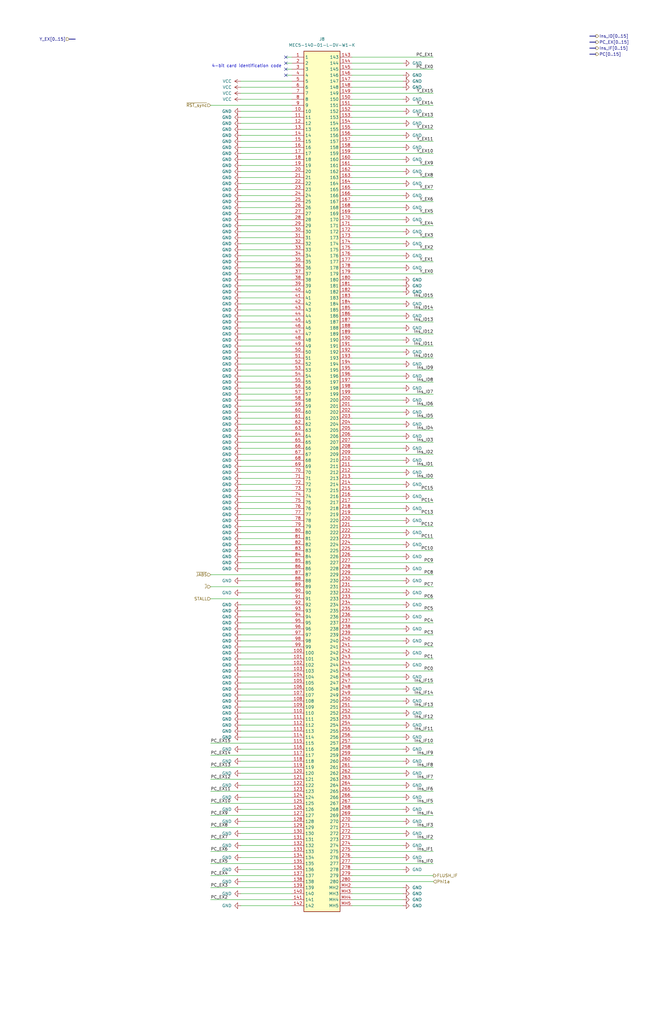
<source format=kicad_sch>
(kicad_sch (version 20250114) (generator "eeschema") (generator_version "9.0")
  (paper "USLedger" portrait)
  (title_block (date "2025-07-11") (rev "A"))
  (text "4-bit card identification code" (at 118.872 27.94 0) (effects (font (size 1.27 1.27)) (justify right)))
  (no_connect (at 120.65 26.67))
  (no_connect (at 120.65 29.21))
  (no_connect (at 120.65 24.13))
  (no_connect (at 120.65 31.75))
  (wire (pts (xy 182.88 59.69) (xy 148.59 59.69)))
  (wire (pts (xy 182.88 125.73) (xy 148.59 125.73)))
  (wire (pts (xy 182.88 146.05) (xy 148.59 146.05)))
  (wire (pts (xy 88.9 252.73) (xy 123.19 252.73)))
  (wire (pts (xy 101.6 298.45) (xy 123.19 298.45)))
  (wire (pts (xy 170.18 255.27) (xy 148.59 255.27)))
  (wire (pts (xy 88.9 369.57) (xy 123.19 369.57)))
  (wire (pts (xy 101.6 176.53) (xy 123.19 176.53)))
  (wire (pts (xy 170.18 356.87) (xy 148.59 356.87)))
  (wire (pts (xy 101.6 234.95) (xy 123.19 234.95)))
  (wire (pts (xy 182.88 313.69) (xy 148.59 313.69)))
  (wire (pts (xy 182.88 186.69) (xy 148.59 186.69)))
  (wire (pts (xy 182.88 344.17) (xy 148.59 344.17)))
  (wire (pts (xy 170.18 219.71) (xy 148.59 219.71)))
  (wire (pts (xy 182.88 29.21) (xy 148.59 29.21)))
  (wire (pts (xy 101.6 346.71) (xy 123.19 346.71)))
  (wire (pts (xy 101.6 161.29) (xy 123.19 161.29)))
  (bus (pts (xy 251.46 22.86) (xy 248.92 22.86)))
  (wire (pts (xy 170.18 295.91) (xy 148.59 295.91)))
  (wire (pts (xy 170.18 173.99) (xy 148.59 173.99)))
  (wire (pts (xy 101.6 275.59) (xy 123.19 275.59)))
  (wire (pts (xy 182.88 156.21) (xy 148.59 156.21)))
  (wire (pts (xy 101.6 273.05) (xy 123.19 273.05)))
  (wire (pts (xy 182.88 364.49) (xy 148.59 364.49)))
  (wire (pts (xy 170.18 107.95) (xy 148.59 107.95)))
  (wire (pts (xy 88.9 364.49) (xy 123.19 364.49)))
  (wire (pts (xy 170.18 374.65) (xy 148.59 374.65)))
  (wire (pts (xy 170.18 41.91) (xy 148.59 41.91)))
  (wire (pts (xy 182.88 176.53) (xy 148.59 176.53)))
  (wire (pts (xy 88.9 323.85) (xy 123.19 323.85)))
  (wire (pts (xy 120.65 26.67) (xy 123.19 26.67)))
  (wire (pts (xy 170.18 209.55) (xy 148.59 209.55)))
  (wire (pts (xy 182.88 354.33) (xy 148.59 354.33)))
  (wire (pts (xy 101.6 285.75) (xy 123.19 285.75)))
  (wire (pts (xy 170.18 184.15) (xy 148.59 184.15)))
  (wire (pts (xy 170.18 189.23) (xy 148.59 189.23)))
  (wire (pts (xy 101.6 229.87) (xy 123.19 229.87)))
  (wire (pts (xy 170.18 260.35) (xy 148.59 260.35)))
  (wire (pts (xy 101.6 151.13) (xy 123.19 151.13)))
  (wire (pts (xy 182.88 339.09) (xy 148.59 339.09)))
  (wire (pts (xy 182.88 80.01) (xy 148.59 80.01)))
  (wire (pts (xy 101.6 74.93) (xy 123.19 74.93)))
  (wire (pts (xy 101.6 367.03) (xy 123.19 367.03)))
  (wire (pts (xy 182.88 100.33) (xy 148.59 100.33)))
  (wire (pts (xy 170.18 194.31) (xy 148.59 194.31)))
  (wire (pts (xy 182.88 151.13) (xy 148.59 151.13)))
  (wire (pts (xy 88.9 247.65) (xy 123.19 247.65)))
  (wire (pts (xy 182.88 54.61) (xy 148.59 54.61)))
  (wire (pts (xy 182.88 372.11) (xy 148.59 372.11)))
  (wire (pts (xy 182.88 74.93) (xy 148.59 74.93)))
  (wire (pts (xy 101.6 245.11) (xy 123.19 245.11)))
  (wire (pts (xy 88.9 349.25) (xy 123.19 349.25)))
  (wire (pts (xy 101.6 219.71) (xy 123.19 219.71)))
  (wire (pts (xy 101.6 173.99) (xy 123.19 173.99)))
  (wire (pts (xy 182.88 191.77) (xy 148.59 191.77)))
  (wire (pts (xy 101.6 280.67) (xy 123.19 280.67)))
  (wire (pts (xy 170.18 361.95) (xy 148.59 361.95)))
  (wire (pts (xy 182.88 242.57) (xy 148.59 242.57)))
  (wire (pts (xy 101.6 270.51) (xy 123.19 270.51)))
  (wire (pts (xy 101.6 110.49) (xy 123.19 110.49)))
  (wire (pts (xy 182.88 283.21) (xy 148.59 283.21)))
  (wire (pts (xy 101.6 240.03) (xy 123.19 240.03)))
  (wire (pts (xy 101.6 300.99) (xy 123.19 300.99)))
  (wire (pts (xy 182.88 24.13) (xy 148.59 24.13)))
  (wire (pts (xy 101.6 67.31) (xy 123.19 67.31)))
  (wire (pts (xy 170.18 250.19) (xy 148.59 250.19)))
  (wire (pts (xy 101.6 207.01) (xy 123.19 207.01)))
  (wire (pts (xy 101.6 237.49) (xy 123.19 237.49)))
  (wire (pts (xy 170.18 67.31) (xy 148.59 67.31)))
  (wire (pts (xy 182.88 115.57) (xy 148.59 115.57)))
  (wire (pts (xy 170.18 245.11) (xy 148.59 245.11)))
  (wire (pts (xy 101.6 372.11) (xy 123.19 372.11)))
  (bus (pts (xy 251.46 15.24) (xy 248.92 15.24)))
  (wire (pts (xy 101.6 87.63) (xy 123.19 87.63)))
  (wire (pts (xy 101.6 128.27) (xy 123.19 128.27)))
  (wire (pts (xy 170.18 113.03) (xy 148.59 113.03)))
  (wire (pts (xy 182.88 359.41) (xy 148.59 359.41)))
  (wire (pts (xy 170.18 26.67) (xy 148.59 26.67)))
  (wire (pts (xy 182.88 130.81) (xy 148.59 130.81)))
  (wire (pts (xy 182.88 222.25) (xy 148.59 222.25)))
  (wire (pts (xy 101.6 222.25) (xy 123.19 222.25)))
  (wire (pts (xy 182.88 44.45) (xy 148.59 44.45)))
  (wire (pts (xy 182.88 252.73) (xy 148.59 252.73)))
  (wire (pts (xy 101.6 306.07) (xy 123.19 306.07)))
  (wire (pts (xy 101.6 311.15) (xy 123.19 311.15)))
  (wire (pts (xy 182.88 349.25) (xy 148.59 349.25)))
  (wire (pts (xy 170.18 153.67) (xy 148.59 153.67)))
  (wire (pts (xy 101.6 267.97) (xy 123.19 267.97)))
  (wire (pts (xy 101.6 265.43) (xy 123.19 265.43)))
  (wire (pts (xy 182.88 334.01) (xy 148.59 334.01)))
  (wire (pts (xy 120.65 24.13) (xy 123.19 24.13)))
  (wire (pts (xy 182.88 247.65) (xy 148.59 247.65)))
  (wire (pts (xy 170.18 97.79) (xy 148.59 97.79)))
  (wire (pts (xy 170.18 306.07) (xy 148.59 306.07)))
  (wire (pts (xy 101.6 377.19) (xy 123.19 377.19)))
  (wire (pts (xy 170.18 87.63) (xy 148.59 87.63)))
  (wire (pts (xy 101.6 90.17) (xy 123.19 90.17)))
  (wire (pts (xy 88.9 313.69) (xy 123.19 313.69)))
  (wire (pts (xy 170.18 57.15) (xy 148.59 57.15)))
  (wire (pts (xy 170.18 52.07) (xy 148.59 52.07)))
  (wire (pts (xy 101.6 140.97) (xy 123.19 140.97)))
  (wire (pts (xy 170.18 331.47) (xy 148.59 331.47)))
  (wire (pts (xy 170.18 120.65) (xy 148.59 120.65)))
  (wire (pts (xy 182.88 181.61) (xy 148.59 181.61)))
  (wire (pts (xy 182.88 232.41) (xy 148.59 232.41)))
  (wire (pts (xy 101.6 227.33) (xy 123.19 227.33)))
  (wire (pts (xy 170.18 214.63) (xy 148.59 214.63)))
  (wire (pts (xy 170.18 123.19) (xy 148.59 123.19)))
  (wire (pts (xy 101.6 257.81) (xy 123.19 257.81)))
  (wire (pts (xy 101.6 148.59) (xy 123.19 148.59)))
  (wire (pts (xy 101.6 156.21) (xy 123.19 156.21)))
  (wire (pts (xy 101.6 118.11) (xy 123.19 118.11)))
  (wire (pts (xy 88.9 379.73) (xy 123.19 379.73)))
  (wire (pts (xy 182.88 39.37) (xy 148.59 39.37)))
  (wire (pts (xy 88.9 354.33) (xy 123.19 354.33)))
  (wire (pts (xy 170.18 316.23) (xy 148.59 316.23)))
  (wire (pts (xy 101.6 46.99) (xy 123.19 46.99)))
  (wire (pts (xy 170.18 158.75) (xy 148.59 158.75)))
  (wire (pts (xy 170.18 128.27) (xy 148.59 128.27)))
  (wire (pts (xy 101.6 196.85) (xy 123.19 196.85)))
  (wire (pts (xy 170.18 346.71) (xy 148.59 346.71)))
  (wire (pts (xy 101.6 382.27) (xy 123.19 382.27)))
  (wire (pts (xy 170.18 82.55) (xy 148.59 82.55)))
  (wire (pts (xy 101.6 105.41) (xy 123.19 105.41)))
  (wire (pts (xy 170.18 102.87) (xy 148.59 102.87)))
  (wire (pts (xy 182.88 369.57) (xy 148.59 369.57)))
  (wire (pts (xy 101.6 224.79) (xy 123.19 224.79)))
  (wire (pts (xy 182.88 161.29) (xy 148.59 161.29)))
  (wire (pts (xy 101.6 341.63) (xy 123.19 341.63)))
  (wire (pts (xy 88.9 44.45) (xy 123.19 44.45)))
  (wire (pts (xy 101.6 115.57) (xy 123.19 115.57)))
  (wire (pts (xy 182.88 298.45) (xy 148.59 298.45)))
  (wire (pts (xy 101.6 331.47) (xy 123.19 331.47)))
  (wire (pts (xy 170.18 300.99) (xy 148.59 300.99)))
  (wire (pts (xy 88.9 334.01) (xy 123.19 334.01)))
  (wire (pts (xy 101.6 62.23) (xy 123.19 62.23)))
  (wire (pts (xy 182.88 323.85) (xy 148.59 323.85)))
  (wire (pts (xy 101.6 49.53) (xy 123.19 49.53)))
  (wire (pts (xy 101.6 278.13) (xy 123.19 278.13)))
  (wire (pts (xy 101.6 250.19) (xy 123.19 250.19)))
  (bus (pts (xy 251.46 17.78) (xy 248.92 17.78)))
  (wire (pts (xy 170.18 321.31) (xy 148.59 321.31)))
  (wire (pts (xy 170.18 77.47) (xy 148.59 77.47)))
  (wire (pts (xy 101.6 82.55) (xy 123.19 82.55)))
  (wire (pts (xy 170.18 275.59) (xy 148.59 275.59)))
  (wire (pts (xy 101.6 97.79) (xy 123.19 97.79)))
  (wire (pts (xy 170.18 72.39) (xy 148.59 72.39)))
  (wire (pts (xy 170.18 34.29) (xy 148.59 34.29)))
  (wire (pts (xy 182.88 166.37) (xy 148.59 166.37)))
  (wire (pts (xy 101.6 232.41) (xy 123.19 232.41)))
  (wire (pts (xy 182.88 196.85) (xy 148.59 196.85)))
  (wire (pts (xy 101.6 326.39) (xy 123.19 326.39)))
  (wire (pts (xy 170.18 336.55) (xy 148.59 336.55)))
  (wire (pts (xy 170.18 199.39) (xy 148.59 199.39)))
  (wire (pts (xy 182.88 318.77) (xy 148.59 318.77)))
  (wire (pts (xy 182.88 303.53) (xy 148.59 303.53)))
  (wire (pts (xy 101.6 85.09) (xy 123.19 85.09)))
  (wire (pts (xy 170.18 367.03) (xy 148.59 367.03)))
  (wire (pts (xy 101.6 290.83) (xy 123.19 290.83)))
  (wire (pts (xy 170.18 290.83) (xy 148.59 290.83)))
  (wire (pts (xy 101.6 295.91) (xy 123.19 295.91)))
  (wire (pts (xy 101.6 107.95) (xy 123.19 107.95)))
  (bus (pts (xy 29.21 16.51) (xy 31.75 16.51)))
  (wire (pts (xy 182.88 212.09) (xy 148.59 212.09)))
  (wire (pts (xy 101.6 186.69) (xy 123.19 186.69)))
  (wire (pts (xy 120.65 29.21) (xy 123.19 29.21)))
  (wire (pts (xy 101.6 92.71) (xy 123.19 92.71)))
  (wire (pts (xy 101.6 125.73) (xy 123.19 125.73)))
  (wire (pts (xy 170.18 118.11) (xy 148.59 118.11)))
  (wire (pts (xy 170.18 382.27) (xy 148.59 382.27)))
  (wire (pts (xy 170.18 265.43) (xy 148.59 265.43)))
  (wire (pts (xy 182.88 64.77) (xy 148.59 64.77)))
  (wire (pts (xy 170.18 46.99) (xy 148.59 46.99)))
  (wire (pts (xy 182.88 135.89) (xy 148.59 135.89)))
  (wire (pts (xy 101.6 64.77) (xy 123.19 64.77)))
  (wire (pts (xy 170.18 224.79) (xy 148.59 224.79)))
  (wire (pts (xy 101.6 133.35) (xy 123.19 133.35)))
  (wire (pts (xy 101.6 135.89) (xy 123.19 135.89)))
  (wire (pts (xy 170.18 270.51) (xy 148.59 270.51)))
  (wire (pts (xy 182.88 90.17) (xy 148.59 90.17)))
  (wire (pts (xy 101.6 351.79) (xy 123.19 351.79)))
  (wire (pts (xy 101.6 191.77) (xy 123.19 191.77)))
  (wire (pts (xy 170.18 31.75) (xy 148.59 31.75)))
  (wire (pts (xy 101.6 153.67) (xy 123.19 153.67)))
  (wire (pts (xy 101.6 166.37) (xy 123.19 166.37)))
  (wire (pts (xy 101.6 209.55) (xy 123.19 209.55)))
  (wire (pts (xy 101.6 184.15) (xy 123.19 184.15)))
  (wire (pts (xy 170.18 311.15) (xy 148.59 311.15)))
  (wire (pts (xy 101.6 356.87) (xy 123.19 356.87)))
  (wire (pts (xy 101.6 293.37) (xy 123.19 293.37)))
  (wire (pts (xy 101.6 204.47) (xy 123.19 204.47)))
  (wire (pts (xy 170.18 143.51) (xy 148.59 143.51)))
  (wire (pts (xy 182.88 105.41) (xy 148.59 105.41)))
  (wire (pts (xy 88.9 328.93) (xy 123.19 328.93)))
  (wire (pts (xy 182.88 49.53) (xy 148.59 49.53)))
  (wire (pts (xy 101.6 113.03) (xy 123.19 113.03)))
  (wire (pts (xy 101.6 36.83) (xy 123.19 36.83)))
  (wire (pts (xy 182.88 201.93) (xy 148.59 201.93)))
  (wire (pts (xy 101.6 212.09) (xy 123.19 212.09)))
  (wire (pts (xy 101.6 199.39) (xy 123.19 199.39)))
  (wire (pts (xy 170.18 234.95) (xy 148.59 234.95)))
  (wire (pts (xy 182.88 69.85) (xy 148.59 69.85)))
  (wire (pts (xy 101.6 158.75) (xy 123.19 158.75)))
  (wire (pts (xy 170.18 133.35) (xy 148.59 133.35)))
  (wire (pts (xy 101.6 171.45) (xy 123.19 171.45)))
  (wire (pts (xy 101.6 201.93) (xy 123.19 201.93)))
  (wire (pts (xy 101.6 260.35) (xy 123.19 260.35)))
  (wire (pts (xy 182.88 257.81) (xy 148.59 257.81)))
  (wire (pts (xy 88.9 374.65) (xy 123.19 374.65)))
  (wire (pts (xy 182.88 278.13) (xy 148.59 278.13)))
  (wire (pts (xy 101.6 316.23) (xy 123.19 316.23)))
  (wire (pts (xy 170.18 62.23) (xy 148.59 62.23)))
  (wire (pts (xy 182.88 95.25) (xy 148.59 95.25)))
  (wire (pts (xy 182.88 217.17) (xy 148.59 217.17)))
  (wire (pts (xy 101.6 336.55) (xy 123.19 336.55)))
  (wire (pts (xy 170.18 168.91) (xy 148.59 168.91)))
  (wire (pts (xy 170.18 92.71) (xy 148.59 92.71)))
  (wire (pts (xy 182.88 207.01) (xy 148.59 207.01)))
  (wire (pts (xy 182.88 85.09) (xy 148.59 85.09)))
  (wire (pts (xy 170.18 229.87) (xy 148.59 229.87)))
  (wire (pts (xy 182.88 171.45) (xy 148.59 171.45)))
  (wire (pts (xy 182.88 328.93) (xy 148.59 328.93)))
  (wire (pts (xy 170.18 240.03) (xy 148.59 240.03)))
  (wire (pts (xy 88.9 339.09) (xy 123.19 339.09)))
  (wire (pts (xy 101.6 54.61) (xy 123.19 54.61)))
  (wire (pts (xy 101.6 95.25) (xy 123.19 95.25)))
  (wire (pts (xy 101.6 181.61) (xy 123.19 181.61)))
  (wire (pts (xy 101.6 255.27) (xy 123.19 255.27)))
  (wire (pts (xy 101.6 303.53) (xy 123.19 303.53)))
  (wire (pts (xy 170.18 204.47) (xy 148.59 204.47)))
  (wire (pts (xy 182.88 293.37) (xy 148.59 293.37)))
  (wire (pts (xy 101.6 102.87) (xy 123.19 102.87)))
  (wire (pts (xy 101.6 283.21) (xy 123.19 283.21)))
  (wire (pts (xy 101.6 288.29) (xy 123.19 288.29)))
  (wire (pts (xy 182.88 262.89) (xy 148.59 262.89)))
  (wire (pts (xy 101.6 217.17) (xy 123.19 217.17)))
  (wire (pts (xy 170.18 36.83) (xy 148.59 36.83)))
  (wire (pts (xy 101.6 39.37) (xy 123.19 39.37)))
  (wire (pts (xy 101.6 52.07) (xy 123.19 52.07)))
  (wire (pts (xy 101.6 189.23) (xy 123.19 189.23)))
  (bus (pts (xy 251.46 20.32) (xy 248.92 20.32)))
  (wire (pts (xy 101.6 123.19) (xy 123.19 123.19)))
  (wire (pts (xy 170.18 351.79) (xy 148.59 351.79)))
  (wire (pts (xy 101.6 138.43) (xy 123.19 138.43)))
  (wire (pts (xy 170.18 179.07) (xy 148.59 179.07)))
  (wire (pts (xy 101.6 308.61) (xy 123.19 308.61)))
  (wire (pts (xy 101.6 168.91) (xy 123.19 168.91)))
  (wire (pts (xy 182.88 110.49) (xy 148.59 110.49)))
  (wire (pts (xy 182.88 237.49) (xy 148.59 237.49)))
  (wire (pts (xy 170.18 285.75) (xy 148.59 285.75)))
  (wire (pts (xy 101.6 77.47) (xy 123.19 77.47)))
  (wire (pts (xy 101.6 194.31) (xy 123.19 194.31)))
  (wire (pts (xy 101.6 34.29) (xy 123.19 34.29)))
  (wire (pts (xy 101.6 130.81) (xy 123.19 130.81)))
  (wire (pts (xy 88.9 318.77) (xy 123.19 318.77)))
  (wire (pts (xy 170.18 377.19) (xy 148.59 377.19)))
  (wire (pts (xy 120.65 31.75) (xy 123.19 31.75)))
  (wire (pts (xy 170.18 379.73) (xy 148.59 379.73)))
  (wire (pts (xy 101.6 120.65) (xy 123.19 120.65)))
  (wire (pts (xy 182.88 308.61) (xy 148.59 308.61)))
  (wire (pts (xy 170.18 341.63) (xy 148.59 341.63)))
  (wire (pts (xy 101.6 59.69) (xy 123.19 59.69)))
  (wire (pts (xy 101.6 262.89) (xy 123.19 262.89)))
  (wire (pts (xy 170.18 163.83) (xy 148.59 163.83)))
  (wire (pts (xy 182.88 140.97) (xy 148.59 140.97)))
  (wire (pts (xy 101.6 69.85) (xy 123.19 69.85)))
  (wire (pts (xy 170.18 326.39) (xy 148.59 326.39)))
  (wire (pts (xy 88.9 359.41) (xy 123.19 359.41)))
  (wire (pts (xy 101.6 80.01) (xy 123.19 80.01)))
  (wire (pts (xy 170.18 280.67) (xy 148.59 280.67)))
  (wire (pts (xy 101.6 163.83) (xy 123.19 163.83)))
  (wire (pts (xy 101.6 179.07) (xy 123.19 179.07)))
  (wire (pts (xy 170.18 138.43) (xy 148.59 138.43)))
  (wire (pts (xy 101.6 146.05) (xy 123.19 146.05)))
  (wire (pts (xy 182.88 227.33) (xy 148.59 227.33)))
  (wire (pts (xy 182.88 267.97) (xy 148.59 267.97)))
  (wire (pts (xy 101.6 321.31) (xy 123.19 321.31)))
  (wire (pts (xy 182.88 273.05) (xy 148.59 273.05)))
  (wire (pts (xy 170.18 148.59) (xy 148.59 148.59)))
  (wire (pts (xy 101.6 72.39) (xy 123.19 72.39)))
  (wire (pts (xy 101.6 214.63) (xy 123.19 214.63)))
  (wire (pts (xy 182.88 288.29) (xy 148.59 288.29)))
  (wire (pts (xy 101.6 361.95) (xy 123.19 361.95)))
  (wire (pts (xy 88.9 344.17) (xy 123.19 344.17)))
  (wire (pts (xy 101.6 57.15) (xy 123.19 57.15)))
  (wire (pts (xy 101.6 100.33) (xy 123.19 100.33)))
  (wire (pts (xy 88.9 242.57) (xy 123.19 242.57)))
  (wire (pts (xy 101.6 143.51) (xy 123.19 143.51)))
  (wire (pts (xy 101.6 41.91) (xy 123.19 41.91)))
  (label "Y_EX11" (at 182.88 59.69 180))
  (label "Ins_IF8" (at 182.88 323.85 180))
  (label "PC14" (at 182.88 212.09 180))
  (label "Ins_ID0" (at 182.88 201.93 180))
  (label "Ins_ID7" (at 182.88 166.37 180))
  (label "PC_EX13" (at 88.9 323.85 0))
  (label "Y_EX10" (at 182.88 64.77 180))
  (label "PC_EX14" (at 88.9 318.77 0))
  (label "Y_EX7" (at 182.88 80.01 180))
  (label "PC7" (at 182.88 247.65 180))
  (label "Y_EX4" (at 182.88 95.25 180))
  (label "PC6" (at 182.88 252.73 180))
  (label "PC_EX8" (at 88.9 349.25 0))
  (label "Ins_IF6" (at 182.88 334.01 180))
  (label "Ins_IF2" (at 182.88 354.33 180))
  (label "Ins_ID3" (at 182.88 186.69 180))
  (label "Ins_ID12" (at 182.88 140.97 180))
  (label "Ins_ID5" (at 182.88 176.53 180))
  (label "PC13" (at 182.88 217.17 180))
  (label "Y_EX3" (at 182.88 100.33 180))
  (label "PC_EX2" (at 88.9 379.73 0))
  (label "PC12" (at 182.88 222.25 180))
  (label "PC4" (at 182.88 262.89 180))
  (label "PC15" (at 182.88 207.01 180))
  (label "Ins_ID6" (at 182.88 171.45 180))
  (label "Ins_IF1" (at 182.88 359.41 180))
  (label "Ins_IF5" (at 182.88 339.09 180))
  (label "PC_EX0" (at 182.88 29.21 180))
  (label "Ins_ID11" (at 182.88 146.05 180))
  (label "PC_EX5" (at 88.9 364.49 0))
  (label "Ins_IF10" (at 182.88 313.69 180))
  (label "PC_EX3" (at 88.9 374.65 0))
  (label "Y_EX9" (at 182.88 69.85 180))
  (label "Y_EX14" (at 182.88 44.45 180))
  (label "PC9" (at 182.88 237.49 180))
  (label "PC1" (at 182.88 278.13 180))
  (label "PC10" (at 182.88 232.41 180))
  (label "Ins_IF11" (at 182.88 308.61 180))
  (label "Y_EX0" (at 182.88 115.57 180))
  (label "Y_EX13" (at 182.88 49.53 180))
  (label "Ins_ID13" (at 182.88 135.89 180))
  (label "Ins_IF4" (at 182.88 344.17 180))
  (label "Ins_IF9" (at 182.88 318.77 180))
  (label "Y_EX2" (at 182.88 105.41 180))
  (label "Ins_ID1" (at 182.88 196.85 180))
  (label "Ins_IF14" (at 182.88 293.37 180))
  (label "Y_EX5" (at 182.88 90.17 180))
  (label "PC11" (at 182.88 227.33 180))
  (label "Y_EX15" (at 182.88 39.37 180))
  (label "Ins_ID8" (at 182.88 161.29 180))
  (label "Ins_IF7" (at 182.88 328.93 180))
  (label "PC_EX12" (at 88.9 328.93 0))
  (label "Ins_IF0" (at 182.88 364.49 180))
  (label "Ins_IF13" (at 182.88 298.45 180))
  (label "PC5" (at 182.88 257.81 180))
  (label "PC_EX10" (at 88.9 339.09 0))
  (label "Y_EX1" (at 182.88 110.49 180))
  (label "PC0" (at 182.88 283.21 180))
  (label "Y_EX6" (at 182.88 85.09 180))
  (label "PC8" (at 182.88 242.57 180))
  (label "Ins_ID15" (at 182.88 125.73 180))
  (label "Y_EX8" (at 182.88 74.93 180))
  (label "PC_EX7" (at 88.9 354.33 0))
  (label "Ins_IF15" (at 182.88 288.29 180))
  (label "Ins_ID14" (at 182.88 130.81 180))
  (label "Ins_ID10" (at 182.88 151.13 180))
  (label "Ins_ID2" (at 182.88 191.77 180))
  (label "Ins_IF12" (at 182.88 303.53 180))
  (label "PC_EX6" (at 88.9 359.41 0))
  (label "PC_EX11" (at 88.9 334.01 0))
  (label "PC2" (at 182.88 273.05 180))
  (label "Y_EX12" (at 182.88 54.61 180))
  (label "PC_EX15" (at 88.9 313.69 0))
  (label "PC3" (at 182.88 267.97 180))
  (label "PC_EX1" (at 182.88 24.13 180))
  (label "PC_EX9" (at 88.9 344.17 0))
  (label "Ins_IF3" (at 182.88 349.25 180))
  (label "PC_EX4" (at 88.9 369.57 0))
  (label "Ins_ID9" (at 182.88 156.21 180))
  (label "Ins_ID4" (at 182.88 181.61 180))
  (hierarchical_label "Y_EX[0..15]" (shape input) (at 29.21 16.51 180))
  (hierarchical_label "FLUSH_IF" (shape output) (at 182.88 369.57 0))
  (hierarchical_label "Phi1a" (shape input) (at 182.88 372.11 0))
  (hierarchical_label "~{JABS}" (shape input) (at 88.9 242.57 180))
  (hierarchical_label "Ins_ID[0..15]" (shape output) (at 251.46 15.24 0))
  (hierarchical_label "~{RST_sync}" (shape input) (at 88.9 44.45 180))
  (hierarchical_label "Ins_IF[0..15]" (shape output) (at 251.46 20.32 0))
  (hierarchical_label "PC_EX[0..15]" (shape output) (at 251.46 17.78 0))
  (hierarchical_label "STALL" (shape input) (at 88.9 252.73 180))
  (hierarchical_label "PC[0..15]" (shape output) (at 251.46 22.86 0))
  (hierarchical_label "~{J}" (shape input) (at 88.9 247.65 180))
  (symbol (lib_id "power:GND") (at 101.6 229.87 270) (unit 1)
    (property "Reference" "#PWR0245" (effects (hide yes)))
    (property "Value" "GND" (at 97.79 229.8699 90) (effects (justify right)))
    (property "Description" "Power symbol creates a global label with name \"GND\" , ground" (effects (hide yes)))
  )
  (symbol (lib_id "power:GND") (at 101.6 69.85 270) (unit 1)
    (property "Reference" "#PWR056" (effects (hide yes)))
    (property "Value" "GND" (at 97.79 69.8499 90) (effects (justify right)))
    (property "Description" "Power symbol creates a global label with name \"GND\" , ground" (effects (hide yes)))
  )
  (symbol (lib_id "power:GND") (at 101.6 356.87 270) (unit 1)
    (property "Reference" "#PWR0328" (effects (hide yes)))
    (property "Value" "GND" (at 97.79 356.8699 90) (effects (justify right)))
    (property "Description" "Power symbol creates a global label with name \"GND\" , ground" (effects (hide yes)))
  )
  (symbol (lib_id "power:GND") (at 170.18 224.79 90) (mirror x) (unit 1)
    (property "Reference" "#PWR0492" (effects (hide yes)))
    (property "Value" "GND" (at 173.99 224.7899 90) (effects (justify right)))
    (property "Description" "Power symbol creates a global label with name \"GND\" , ground" (effects (hide yes)))
  )
  (symbol (lib_id "power:GND") (at 101.6 255.27 270) (unit 1)
    (property "Reference" "#PWR0250" (effects (hide yes)))
    (property "Value" "GND" (at 97.79 255.2699 90) (effects (justify right)))
    (property "Description" "Power symbol creates a global label with name \"GND\" , ground" (effects (hide yes)))
  )
  (symbol (lib_id "power:GND") (at 170.18 311.15 90) (mirror x) (unit 1)
    (property "Reference" "#PWR0378" (effects (hide yes)))
    (property "Value" "GND" (at 173.99 311.1499 90) (effects (justify right)))
    (property "Description" "Power symbol creates a global label with name \"GND\" , ground" (effects (hide yes)))
  )
  (symbol (lib_id "power:GND") (at 101.6 179.07 270) (unit 1)
    (property "Reference" "#PWR0216" (effects (hide yes)))
    (property "Value" "GND" (at 97.79 179.0699 90) (effects (justify right)))
    (property "Description" "Power symbol creates a global label with name \"GND\" , ground" (effects (hide yes)))
  )
  (symbol (lib_id "power:GND") (at 170.18 52.07 90) (mirror x) (unit 1)
    (property "Reference" "#PWR0516" (effects (hide yes)))
    (property "Value" "GND" (at 173.99 52.0699 90) (effects (justify right)))
    (property "Description" "Power symbol creates a global label with name \"GND\" , ground" (effects (hide yes)))
  )
  (symbol (lib_id "power:GND") (at 101.6 74.93 270) (unit 1)
    (property "Reference" "#PWR0131" (effects (hide yes)))
    (property "Value" "GND" (at 97.79 74.9299 90) (effects (justify right)))
    (property "Description" "Power symbol creates a global label with name \"GND\" , ground" (effects (hide yes)))
  )
  (symbol (lib_id "power:GND") (at 101.6 196.85 270) (unit 1)
    (property "Reference" "#PWR0223" (effects (hide yes)))
    (property "Value" "GND" (at 97.79 196.8499 90) (effects (justify right)))
    (property "Description" "Power symbol creates a global label with name \"GND\" , ground" (effects (hide yes)))
  )
  (symbol (lib_id "power:GND") (at 170.18 214.63 90) (mirror x) (unit 1)
    (property "Reference" "#PWR0490" (effects (hide yes)))
    (property "Value" "GND" (at 173.99 214.6299 90) (effects (justify right)))
    (property "Description" "Power symbol creates a global label with name \"GND\" , ground" (effects (hide yes)))
  )
  (symbol (lib_id "power:GND") (at 101.6 191.77 270) (unit 1)
    (property "Reference" "#PWR0221" (effects (hide yes)))
    (property "Value" "GND" (at 97.79 191.7699 90) (effects (justify right)))
    (property "Description" "Power symbol creates a global label with name \"GND\" , ground" (effects (hide yes)))
  )
  (symbol (lib_id "power:GND") (at 170.18 204.47 90) (mirror x) (unit 1)
    (property "Reference" "#PWR0488" (effects (hide yes)))
    (property "Value" "GND" (at 173.99 204.4699 90) (effects (justify right)))
    (property "Description" "Power symbol creates a global label with name \"GND\" , ground" (effects (hide yes)))
  )
  (symbol (lib_id "power:GND") (at 101.6 346.71 270) (unit 1)
    (property "Reference" "#PWR0326" (effects (hide yes)))
    (property "Value" "GND" (at 97.79 346.7099 90) (effects (justify right)))
    (property "Description" "Power symbol creates a global label with name \"GND\" , ground" (effects (hide yes)))
  )
  (symbol (lib_id "power:VCC") (at 101.6 41.91 90) (unit 1)
    (property "Reference" "#PWR026" (effects (hide yes)))
    (property "Value" "VCC" (at 97.79 41.9099 90) (effects (justify left)))
    (property "Description" "Power symbol creates a global label with name \"VCC\"" (effects (hide yes)))
  )
  (symbol (lib_id "power:GND") (at 170.18 194.31 90) (mirror x) (unit 1)
    (property "Reference" "#PWR0486" (effects (hide yes)))
    (property "Value" "GND" (at 173.99 194.3099 90) (effects (justify right)))
    (property "Description" "Power symbol creates a global label with name \"GND\" , ground" (effects (hide yes)))
  )
  (symbol (lib_id "power:GND") (at 101.6 133.35 270) (unit 1)
    (property "Reference" "#PWR0178" (effects (hide yes)))
    (property "Value" "GND" (at 97.79 133.3499 90) (effects (justify right)))
    (property "Description" "Power symbol creates a global label with name \"GND\" , ground" (effects (hide yes)))
  )
  (symbol (lib_id "power:GND") (at 101.6 245.11 270) (unit 1)
    (property "Reference" "#PWR0306" (effects (hide yes)))
    (property "Value" "GND" (at 97.79 245.1099 90) (effects (justify right)))
    (property "Description" "Power symbol creates a global label with name \"GND\" , ground" (effects (hide yes)))
  )
  (symbol (lib_id "power:GND") (at 170.18 255.27 90) (mirror x) (unit 1)
    (property "Reference" "#PWR0470" (effects (hide yes)))
    (property "Value" "GND" (at 173.99 255.2699 90) (effects (justify right)))
    (property "Description" "Power symbol creates a global label with name \"GND\" , ground" (effects (hide yes)))
  )
  (symbol (lib_id "power:GND") (at 101.6 234.95 270) (unit 1)
    (property "Reference" "#PWR0247" (effects (hide yes)))
    (property "Value" "GND" (at 97.79 234.9499 90) (effects (justify right)))
    (property "Description" "Power symbol creates a global label with name \"GND\" , ground" (effects (hide yes)))
  )
  (symbol (lib_id "power:GND") (at 170.18 331.47 90) (mirror x) (unit 1)
    (property "Reference" "#PWR0374" (effects (hide yes)))
    (property "Value" "GND" (at 173.99 331.4699 90) (effects (justify right)))
    (property "Description" "Power symbol creates a global label with name \"GND\" , ground" (effects (hide yes)))
  )
  (symbol (lib_id "power:GND") (at 170.18 123.19 90) (mirror x) (unit 1)
    (property "Reference" "#PWR0500" (effects (hide yes)))
    (property "Value" "GND" (at 173.99 123.1899 90) (effects (justify right)))
    (property "Description" "Power symbol creates a global label with name \"GND\" , ground" (effects (hide yes)))
  )
  (symbol (lib_id "power:GND") (at 101.6 115.57 270) (unit 1)
    (property "Reference" "#PWR0159" (effects (hide yes)))
    (property "Value" "GND" (at 97.79 115.5699 90) (effects (justify right)))
    (property "Description" "Power symbol creates a global label with name \"GND\" , ground" (effects (hide yes)))
  )
  (symbol (lib_id "power:GND") (at 170.18 295.91 90) (mirror x) (unit 1)
    (property "Reference" "#PWR0478" (effects (hide yes)))
    (property "Value" "GND" (at 173.99 295.9099 90) (effects (justify right)))
    (property "Description" "Power symbol creates a global label with name \"GND\" , ground" (effects (hide yes)))
  )
  (symbol (lib_id "power:GND") (at 101.6 171.45 270) (unit 1)
    (property "Reference" "#PWR0212" (effects (hide yes)))
    (property "Value" "GND" (at 97.79 171.4499 90) (effects (justify right)))
    (property "Description" "Power symbol creates a global label with name \"GND\" , ground" (effects (hide yes)))
  )
  (symbol (lib_id "power:GND") (at 101.6 224.79 270) (unit 1)
    (property "Reference" "#PWR0243" (effects (hide yes)))
    (property "Value" "GND" (at 97.79 224.7899 90) (effects (justify right)))
    (property "Description" "Power symbol creates a global label with name \"GND\" , ground" (effects (hide yes)))
  )
  (symbol (lib_id "power:GND") (at 101.6 189.23 270) (unit 1)
    (property "Reference" "#PWR0220" (effects (hide yes)))
    (property "Value" "GND" (at 97.79 189.2299 90) (effects (justify right)))
    (property "Description" "Power symbol creates a global label with name \"GND\" , ground" (effects (hide yes)))
  )
  (symbol (lib_id "power:GND") (at 101.6 237.49 270) (unit 1)
    (property "Reference" "#PWR0248" (effects (hide yes)))
    (property "Value" "GND" (at 97.79 237.4899 90) (effects (justify right)))
    (property "Description" "Power symbol creates a global label with name \"GND\" , ground" (effects (hide yes)))
  )
  (symbol (lib_id "power:GND") (at 101.6 351.79 270) (unit 1)
    (property "Reference" "#PWR0327" (effects (hide yes)))
    (property "Value" "GND" (at 97.79 351.7899 90) (effects (justify right)))
    (property "Description" "Power symbol creates a global label with name \"GND\" , ground" (effects (hide yes)))
  )
  (symbol (lib_id "power:GND") (at 170.18 219.71 90) (mirror x) (unit 1)
    (property "Reference" "#PWR0491" (effects (hide yes)))
    (property "Value" "GND" (at 173.99 219.7099 90) (effects (justify right)))
    (property "Description" "Power symbol creates a global label with name \"GND\" , ground" (effects (hide yes)))
  )
  (symbol (lib_id "power:GND") (at 101.6 100.33 270) (unit 1)
    (property "Reference" "#PWR0147" (effects (hide yes)))
    (property "Value" "GND" (at 97.79 100.3299 90) (effects (justify right)))
    (property "Description" "Power symbol creates a global label with name \"GND\" , ground" (effects (hide yes)))
  )
  (symbol (lib_id "power:GND") (at 170.18 367.03 90) (mirror x) (unit 1)
    (property "Reference" "#PWR0344" (effects (hide yes)))
    (property "Value" "GND" (at 173.99 367.0299 90) (effects (justify right)))
    (property "Description" "Power symbol creates a global label with name \"GND\" , ground" (effects (hide yes)))
  )
  (symbol (lib_id "power:VCC") (at 101.6 39.37 90) (unit 1)
    (property "Reference" "#PWR025" (effects (hide yes)))
    (property "Value" "VCC" (at 97.79 39.3699 90) (effects (justify left)))
    (property "Description" "Power symbol creates a global label with name \"VCC\"" (effects (hide yes)))
  )
  (symbol (lib_id "power:GND") (at 101.6 207.01 270) (unit 1)
    (property "Reference" "#PWR0227" (effects (hide yes)))
    (property "Value" "GND" (at 97.79 207.0099 90) (effects (justify right)))
    (property "Description" "Power symbol creates a global label with name \"GND\" , ground" (effects (hide yes)))
  )
  (symbol (lib_id "Turtle16:MEC5-140-01-L-DV-W1-K") (at 123.19 24.13 0) (unit 1)
    (property "Reference" "J8" (at 135.89 16.51 0))
    (property "Value" "MEC5-140-01-L-DV-W1-K" (at 135.89 19.05 0))
    (property "Footprint" "Turtle16:MEC514001LDVW1K" (effects (hide yes)))
    (property "Datasheet" "https://suddendocs.samtec.com/prints/mec5-xxx-xx-x-dv-xx-k-xx-mkt.pdf" (effects (hide yes)))
    (property "Description" "Standard Card Edge Connectors MEC5-DV vert conn 140 pos per row" (effects (hide yes)))
    (property "Height" "10.35" (effects (hide yes)))
    (property "Mouser Part Number" "200-MEC514001LDVW1K" (effects (hide yes)))
    (property "Mouser Price/Stock" "https://www.mouser.co.uk/ProductDetail/Samtec/MEC5-140-01-L-DV-W1-K?qs=XeJtXLiO41SNck3klUeiMQ%3D%3D" (effects (hide yes)))
    (property "Manufacturer_Name" "SAMTEC" (effects (hide yes)))
    (property "Manufacturer_Part_Number" "MEC5-140-01-L-DV-W1-K" (effects (hide yes)))
  )
  (symbol (lib_id "power:GND") (at 170.18 102.87 90) (mirror x) (unit 1)
    (property "Reference" "#PWR0496" (effects (hide yes)))
    (property "Value" "GND" (at 173.99 102.8699 90) (effects (justify right)))
    (property "Description" "Power symbol creates a global label with name \"GND\" , ground" (effects (hide yes)))
  )
  (symbol (lib_id "power:GND") (at 170.18 326.39 90) (mirror x) (unit 1)
    (property "Reference" "#PWR0373" (effects (hide yes)))
    (property "Value" "GND" (at 173.99 326.3899 90) (effects (justify right)))
    (property "Description" "Power symbol creates a global label with name \"GND\" , ground" (effects (hide yes)))
  )
  (symbol (lib_id "power:GND") (at 101.6 110.49 270) (unit 1)
    (property "Reference" "#PWR0156" (effects (hide yes)))
    (property "Value" "GND" (at 97.79 110.4899 90) (effects (justify right)))
    (property "Description" "Power symbol creates a global label with name \"GND\" , ground" (effects (hide yes)))
  )
  (symbol (lib_id "power:GND") (at 101.6 97.79 270) (unit 1)
    (property "Reference" "#PWR0146" (effects (hide yes)))
    (property "Value" "GND" (at 97.79 97.7899 90) (effects (justify right)))
    (property "Description" "Power symbol creates a global label with name \"GND\" , ground" (effects (hide yes)))
  )
  (symbol (lib_id "power:GND") (at 101.6 92.71 270) (unit 1)
    (property "Reference" "#PWR0144" (effects (hide yes)))
    (property "Value" "GND" (at 97.79 92.7099 90) (effects (justify right)))
    (property "Description" "Power symbol creates a global label with name \"GND\" , ground" (effects (hide yes)))
  )
  (symbol (lib_id "power:GND") (at 170.18 143.51 90) (mirror x) (unit 1)
    (property "Reference" "#PWR0504" (effects (hide yes)))
    (property "Value" "GND" (at 173.99 143.5099 90) (effects (justify right)))
    (property "Description" "Power symbol creates a global label with name \"GND\" , ground" (effects (hide yes)))
  )
  (symbol (lib_id "power:GND") (at 170.18 62.23 90) (mirror x) (unit 1)
    (property "Reference" "#PWR0518" (effects (hide yes)))
    (property "Value" "GND" (at 173.99 62.2299 90) (effects (justify right)))
    (property "Description" "Power symbol creates a global label with name \"GND\" , ground" (effects (hide yes)))
  )
  (symbol (lib_id "power:GND") (at 101.6 153.67 270) (unit 1)
    (property "Reference" "#PWR0186" (effects (hide yes)))
    (property "Value" "GND" (at 97.79 153.6699 90) (effects (justify right)))
    (property "Description" "Power symbol creates a global label with name \"GND\" , ground" (effects (hide yes)))
  )
  (symbol (lib_id "power:GND") (at 101.6 130.81 270) (unit 1)
    (property "Reference" "#PWR0176" (effects (hide yes)))
    (property "Value" "GND" (at 97.79 130.8099 90) (effects (justify right)))
    (property "Description" "Power symbol creates a global label with name \"GND\" , ground" (effects (hide yes)))
  )
  (symbol (lib_id "power:GND") (at 101.6 382.27 270) (unit 1)
    (property "Reference" "#PWR0343" (effects (hide yes)))
    (property "Value" "GND" (at 97.79 382.2699 90) (effects (justify right)))
    (property "Description" "Power symbol creates a global label with name \"GND\" , ground" (effects (hide yes)))
  )
  (symbol (lib_id "power:GND") (at 170.18 87.63 90) (mirror x) (unit 1)
    (property "Reference" "#PWR0493" (effects (hide yes)))
    (property "Value" "GND" (at 173.99 87.6299 90) (effects (justify right)))
    (property "Description" "Power symbol creates a global label with name \"GND\" , ground" (effects (hide yes)))
  )
  (symbol (lib_id "power:GND") (at 170.18 148.59 90) (mirror x) (unit 1)
    (property "Reference" "#PWR0505" (effects (hide yes)))
    (property "Value" "GND" (at 173.99 148.5899 90) (effects (justify right)))
    (property "Description" "Power symbol creates a global label with name \"GND\" , ground" (effects (hide yes)))
  )
  (symbol (lib_id "power:GND") (at 170.18 300.99 90) (mirror x) (unit 1)
    (property "Reference" "#PWR0376" (effects (hide yes)))
    (property "Value" "GND" (at 173.99 300.9899 90) (effects (justify right)))
    (property "Description" "Power symbol creates a global label with name \"GND\" , ground" (effects (hide yes)))
  )
  (symbol (lib_id "power:GND") (at 101.6 120.65 270) (unit 1)
    (property "Reference" "#PWR0172" (effects (hide yes)))
    (property "Value" "GND" (at 97.79 120.6499 90) (effects (justify right)))
    (property "Description" "Power symbol creates a global label with name \"GND\" , ground" (effects (hide yes)))
  )
  (symbol (lib_id "power:GND") (at 170.18 306.07 90) (mirror x) (unit 1)
    (property "Reference" "#PWR0377" (effects (hide yes)))
    (property "Value" "GND" (at 173.99 306.0699 90) (effects (justify right)))
    (property "Description" "Power symbol creates a global label with name \"GND\" , ground" (effects (hide yes)))
  )
  (symbol (lib_id "power:GND") (at 170.18 82.55 90) (mirror x) (unit 1)
    (property "Reference" "#PWR0524" (effects (hide yes)))
    (property "Value" "GND" (at 173.99 82.5499 90) (effects (justify right)))
    (property "Description" "Power symbol creates a global label with name \"GND\" , ground" (effects (hide yes)))
  )
  (symbol (lib_id "power:GND") (at 101.6 361.95 270) (unit 1)
    (property "Reference" "#PWR0329" (effects (hide yes)))
    (property "Value" "GND" (at 97.79 361.9499 90) (effects (justify right)))
    (property "Description" "Power symbol creates a global label with name \"GND\" , ground" (effects (hide yes)))
  )
  (symbol (lib_id "power:GND") (at 101.6 367.03 270) (unit 1)
    (property "Reference" "#PWR0330" (effects (hide yes)))
    (property "Value" "GND" (at 97.79 367.0299 90) (effects (justify right)))
    (property "Description" "Power symbol creates a global label with name \"GND\" , ground" (effects (hide yes)))
  )
  (symbol (lib_id "power:GND") (at 101.6 46.99 270) (unit 1)
    (property "Reference" "#PWR028" (effects (hide yes)))
    (property "Value" "GND" (at 97.79 46.9899 90) (effects (justify right)))
    (property "Description" "Power symbol creates a global label with name \"GND\" , ground" (effects (hide yes)))
  )
  (symbol (lib_id "power:GND") (at 170.18 168.91 90) (mirror x) (unit 1)
    (property "Reference" "#PWR0481" (effects (hide yes)))
    (property "Value" "GND" (at 173.99 168.9099 90) (effects (justify right)))
    (property "Description" "Power symbol creates a global label with name \"GND\" , ground" (effects (hide yes)))
  )
  (symbol (lib_id "power:GND") (at 101.6 336.55 270) (unit 1)
    (property "Reference" "#PWR0317" (effects (hide yes)))
    (property "Value" "GND" (at 97.79 336.5499 90) (effects (justify right)))
    (property "Description" "Power symbol creates a global label with name \"GND\" , ground" (effects (hide yes)))
  )
  (symbol (lib_id "power:GND") (at 170.18 128.27 90) (mirror x) (unit 1)
    (property "Reference" "#PWR0501" (effects (hide yes)))
    (property "Value" "GND" (at 173.99 128.2699 90) (effects (justify right)))
    (property "Description" "Power symbol creates a global label with name \"GND\" , ground" (effects (hide yes)))
  )
  (symbol (lib_id "power:GND") (at 170.18 341.63 90) (mirror x) (unit 1)
    (property "Reference" "#PWR0355" (effects (hide yes)))
    (property "Value" "GND" (at 173.99 341.6299 90) (effects (justify right)))
    (property "Description" "Power symbol creates a global label with name \"GND\" , ground" (effects (hide yes)))
  )
  (symbol (lib_id "power:GND") (at 101.6 67.31 270) (unit 1)
    (property "Reference" "#PWR055" (effects (hide yes)))
    (property "Value" "GND" (at 97.79 67.3099 90) (effects (justify right)))
    (property "Description" "Power symbol creates a global label with name \"GND\" , ground" (effects (hide yes)))
  )
  (symbol (lib_id "power:GND") (at 101.6 303.53 270) (unit 1)
    (property "Reference" "#PWR0301" (effects (hide yes)))
    (property "Value" "GND" (at 97.79 303.5299 90) (effects (justify right)))
    (property "Description" "Power symbol creates a global label with name \"GND\" , ground" (effects (hide yes)))
  )
  (symbol (lib_id "power:GND") (at 170.18 107.95 90) (mirror x) (unit 1)
    (property "Reference" "#PWR0497" (effects (hide yes)))
    (property "Value" "GND" (at 173.99 107.9499 90) (effects (justify right)))
    (property "Description" "Power symbol creates a global label with name \"GND\" , ground" (effects (hide yes)))
  )
  (symbol (lib_id "power:GND") (at 170.18 113.03 90) (mirror x) (unit 1)
    (property "Reference" "#PWR0498" (effects (hide yes)))
    (property "Value" "GND" (at 173.99 113.0299 90) (effects (justify right)))
    (property "Description" "Power symbol creates a global label with name \"GND\" , ground" (effects (hide yes)))
  )
  (symbol (lib_id "power:GND") (at 101.6 250.19 270) (unit 1)
    (property "Reference" "#PWR0305" (effects (hide yes)))
    (property "Value" "GND" (at 97.79 250.1899 90) (effects (justify right)))
    (property "Description" "Power symbol creates a global label with name \"GND\" , ground" (effects (hide yes)))
  )
  (symbol (lib_id "power:GND") (at 170.18 374.65 90) (mirror x) (unit 1)
    (property "Reference" "#PWR01113" (effects (hide yes)))
    (property "Value" "GND" (at 173.99 374.6499 90) (effects (justify right)))
    (property "Description" "Power symbol creates a global label with name \"GND\" , ground" (effects (hide yes)))
  )
  (symbol (lib_id "power:GND") (at 101.6 300.99 270) (unit 1)
    (property "Reference" "#PWR0300" (effects (hide yes)))
    (property "Value" "GND" (at 97.79 300.9899 90) (effects (justify right)))
    (property "Description" "Power symbol creates a global label with name \"GND\" , ground" (effects (hide yes)))
  )
  (symbol (lib_id "power:GND") (at 101.6 105.41 270) (unit 1)
    (property "Reference" "#PWR0154" (effects (hide yes)))
    (property "Value" "GND" (at 97.79 105.4099 90) (effects (justify right)))
    (property "Description" "Power symbol creates a global label with name \"GND\" , ground" (effects (hide yes)))
  )
  (symbol (lib_id "power:GND") (at 101.6 321.31 270) (unit 1)
    (property "Reference" "#PWR0308" (effects (hide yes)))
    (property "Value" "GND" (at 97.79 321.3099 90) (effects (justify right)))
    (property "Description" "Power symbol creates a global label with name \"GND\" , ground" (effects (hide yes)))
  )
  (symbol (lib_id "power:GND") (at 101.6 227.33 270) (unit 1)
    (property "Reference" "#PWR0244" (effects (hide yes)))
    (property "Value" "GND" (at 97.79 227.3299 90) (effects (justify right)))
    (property "Description" "Power symbol creates a global label with name \"GND\" , ground" (effects (hide yes)))
  )
  (symbol (lib_id "power:GND") (at 101.6 173.99 270) (unit 1)
    (property "Reference" "#PWR0213" (effects (hide yes)))
    (property "Value" "GND" (at 97.79 173.9899 90) (effects (justify right)))
    (property "Description" "Power symbol creates a global label with name \"GND\" , ground" (effects (hide yes)))
  )
  (symbol (lib_id "power:GND") (at 101.6 288.29 270) (unit 1)
    (property "Reference" "#PWR0295" (effects (hide yes)))
    (property "Value" "GND" (at 97.79 288.2899 90) (effects (justify right)))
    (property "Description" "Power symbol creates a global label with name \"GND\" , ground" (effects (hide yes)))
  )
  (symbol (lib_id "power:GND") (at 101.6 278.13 270) (unit 1)
    (property "Reference" "#PWR0291" (effects (hide yes)))
    (property "Value" "GND" (at 97.79 278.1299 90) (effects (justify right)))
    (property "Description" "Power symbol creates a global label with name \"GND\" , ground" (effects (hide yes)))
  )
  (symbol (lib_id "power:GND") (at 101.6 87.63 270) (unit 1)
    (property "Reference" "#PWR0138" (effects (hide yes)))
    (property "Value" "GND" (at 97.79 87.6299 90) (effects (justify right)))
    (property "Description" "Power symbol creates a global label with name \"GND\" , ground" (effects (hide yes)))
  )
  (symbol (lib_id "power:GND") (at 101.6 135.89 270) (unit 1)
    (property "Reference" "#PWR0179" (effects (hide yes)))
    (property "Value" "GND" (at 97.79 135.8899 90) (effects (justify right)))
    (property "Description" "Power symbol creates a global label with name \"GND\" , ground" (effects (hide yes)))
  )
  (symbol (lib_id "power:GND") (at 101.6 260.35 270) (unit 1)
    (property "Reference" "#PWR0284" (effects (hide yes)))
    (property "Value" "GND" (at 97.79 260.3499 90) (effects (justify right)))
    (property "Description" "Power symbol creates a global label with name \"GND\" , ground" (effects (hide yes)))
  )
  (symbol (lib_id "power:GND") (at 170.18 270.51 90) (mirror x) (unit 1)
    (property "Reference" "#PWR0473" (effects (hide yes)))
    (property "Value" "GND" (at 173.99 270.5099 90) (effects (justify right)))
    (property "Description" "Power symbol creates a global label with name \"GND\" , ground" (effects (hide yes)))
  )
  (symbol (lib_id "power:GND") (at 101.6 326.39 270) (unit 1)
    (property "Reference" "#PWR0309" (effects (hide yes)))
    (property "Value" "GND" (at 97.79 326.3899 90) (effects (justify right)))
    (property "Description" "Power symbol creates a global label with name \"GND\" , ground" (effects (hide yes)))
  )
  (symbol (lib_id "power:GND") (at 101.6 72.39 270) (unit 1)
    (property "Reference" "#PWR0130" (effects (hide yes)))
    (property "Value" "GND" (at 97.79 72.3899 90) (effects (justify right)))
    (property "Description" "Power symbol creates a global label with name \"GND\" , ground" (effects (hide yes)))
  )
  (symbol (lib_id "power:GND") (at 170.18 250.19 90) (mirror x) (unit 1)
    (property "Reference" "#PWR0469" (effects (hide yes)))
    (property "Value" "GND" (at 173.99 250.1899 90) (effects (justify right)))
    (property "Description" "Power symbol creates a global label with name \"GND\" , ground" (effects (hide yes)))
  )
  (symbol (lib_id "power:GND") (at 101.6 95.25 270) (unit 1)
    (property "Reference" "#PWR0145" (effects (hide yes)))
    (property "Value" "GND" (at 97.79 95.2499 90) (effects (justify right)))
    (property "Description" "Power symbol creates a global label with name \"GND\" , ground" (effects (hide yes)))
  )
  (symbol (lib_id "power:GND") (at 170.18 158.75 90) (mirror x) (unit 1)
    (property "Reference" "#PWR0479" (effects (hide yes)))
    (property "Value" "GND" (at 173.99 158.7499 90) (effects (justify right)))
    (property "Description" "Power symbol creates a global label with name \"GND\" , ground" (effects (hide yes)))
  )
  (symbol (lib_id "power:GND") (at 101.6 306.07 270) (unit 1)
    (property "Reference" "#PWR0302" (effects (hide yes)))
    (property "Value" "GND" (at 97.79 306.0699 90) (effects (justify right)))
    (property "Description" "Power symbol creates a global label with name \"GND\" , ground" (effects (hide yes)))
  )
  (symbol (lib_id "power:GND") (at 170.18 275.59 90) (mirror x) (unit 1)
    (property "Reference" "#PWR0474" (effects (hide yes)))
    (property "Value" "GND" (at 173.99 275.5899 90) (effects (justify right)))
    (property "Description" "Power symbol creates a global label with name \"GND\" , ground" (effects (hide yes)))
  )
  (symbol (lib_id "power:VCC") (at 101.6 36.83 90) (unit 1)
    (property "Reference" "#PWR024" (effects (hide yes)))
    (property "Value" "VCC" (at 97.79 36.8299 90) (effects (justify left)))
    (property "Description" "Power symbol creates a global label with name \"VCC\"" (effects (hide yes)))
  )
  (symbol (lib_id "power:GND") (at 101.6 128.27 270) (unit 1)
    (property "Reference" "#PWR0175" (effects (hide yes)))
    (property "Value" "GND" (at 97.79 128.2699 90) (effects (justify right)))
    (property "Description" "Power symbol creates a global label with name \"GND\" , ground" (effects (hide yes)))
  )
  (symbol (lib_id "power:GND") (at 170.18 67.31 90) (mirror x) (unit 1)
    (property "Reference" "#PWR0521" (effects (hide yes)))
    (property "Value" "GND" (at 173.99 67.3099 90) (effects (justify right)))
    (property "Description" "Power symbol creates a global label with name \"GND\" , ground" (effects (hide yes)))
  )
  (symbol (lib_id "power:GND") (at 170.18 316.23 90) (mirror x) (unit 1)
    (property "Reference" "#PWR0379" (effects (hide yes)))
    (property "Value" "GND" (at 173.99 316.2299 90) (effects (justify right)))
    (property "Description" "Power symbol creates a global label with name \"GND\" , ground" (effects (hide yes)))
  )
  (symbol (lib_id "power:GND") (at 101.6 143.51 270) (unit 1)
    (property "Reference" "#PWR0182" (effects (hide yes)))
    (property "Value" "GND" (at 97.79 143.5099 90) (effects (justify right)))
    (property "Description" "Power symbol creates a global label with name \"GND\" , ground" (effects (hide yes)))
  )
  (symbol (lib_id "power:GND") (at 170.18 189.23 90) (mirror x) (unit 1)
    (property "Reference" "#PWR0485" (effects (hide yes)))
    (property "Value" "GND" (at 173.99 189.2299 90) (effects (justify right)))
    (property "Description" "Power symbol creates a global label with name \"GND\" , ground" (effects (hide yes)))
  )
  (symbol (lib_id "power:GND") (at 101.6 194.31 270) (unit 1)
    (property "Reference" "#PWR0222" (effects (hide yes)))
    (property "Value" "GND" (at 97.79 194.3099 90) (effects (justify right)))
    (property "Description" "Power symbol creates a global label with name \"GND\" , ground" (effects (hide yes)))
  )
  (symbol (lib_id "power:GND") (at 101.6 270.51 270) (unit 1)
    (property "Reference" "#PWR0288" (effects (hide yes)))
    (property "Value" "GND" (at 97.79 270.5099 90) (effects (justify right)))
    (property "Description" "Power symbol creates a global label with name \"GND\" , ground" (effects (hide yes)))
  )
  (symbol (lib_id "power:GND") (at 101.6 212.09 270) (unit 1)
    (property "Reference" "#PWR0229" (effects (hide yes)))
    (property "Value" "GND" (at 97.79 212.0899 90) (effects (justify right)))
    (property "Description" "Power symbol creates a global label with name \"GND\" , ground" (effects (hide yes)))
  )
  (symbol (lib_id "power:GND") (at 170.18 377.19 90) (mirror x) (unit 1)
    (property "Reference" "#PWR01114" (effects (hide yes)))
    (property "Value" "GND" (at 173.99 377.1899 90) (effects (justify right)))
    (property "Description" "Power symbol creates a global label with name \"GND\" , ground" (effects (hide yes)))
  )
  (symbol (lib_id "power:GND") (at 101.6 90.17 270) (unit 1)
    (property "Reference" "#PWR0139" (effects (hide yes)))
    (property "Value" "GND" (at 97.79 90.1699 90) (effects (justify right)))
    (property "Description" "Power symbol creates a global label with name \"GND\" , ground" (effects (hide yes)))
  )
  (symbol (lib_id "power:GND") (at 101.6 77.47 270) (unit 1)
    (property "Reference" "#PWR0132" (effects (hide yes)))
    (property "Value" "GND" (at 97.79 77.4699 90) (effects (justify right)))
    (property "Description" "Power symbol creates a global label with name \"GND\" , ground" (effects (hide yes)))
  )
  (symbol (lib_id "power:GND") (at 170.18 46.99 90) (mirror x) (unit 1)
    (property "Reference" "#PWR0515" (effects (hide yes)))
    (property "Value" "GND" (at 173.99 46.9899 90) (effects (justify right)))
    (property "Description" "Power symbol creates a global label with name \"GND\" , ground" (effects (hide yes)))
  )
  (symbol (lib_id "power:GND") (at 170.18 72.39 90) (mirror x) (unit 1)
    (property "Reference" "#PWR0522" (effects (hide yes)))
    (property "Value" "GND" (at 173.99 72.3899 90) (effects (justify right)))
    (property "Description" "Power symbol creates a global label with name \"GND\" , ground" (effects (hide yes)))
  )
  (symbol (lib_id "power:GND") (at 101.6 181.61 270) (unit 1)
    (property "Reference" "#PWR0217" (effects (hide yes)))
    (property "Value" "GND" (at 97.79 181.6099 90) (effects (justify right)))
    (property "Description" "Power symbol creates a global label with name \"GND\" , ground" (effects (hide yes)))
  )
  (symbol (lib_id "power:GND") (at 101.6 377.19 270) (unit 1)
    (property "Reference" "#PWR0342" (effects (hide yes)))
    (property "Value" "GND" (at 97.79 377.1899 90) (effects (justify right)))
    (property "Description" "Power symbol creates a global label with name \"GND\" , ground" (effects (hide yes)))
  )
  (symbol (lib_id "power:GND") (at 101.6 273.05 270) (unit 1)
    (property "Reference" "#PWR0289" (effects (hide yes)))
    (property "Value" "GND" (at 97.79 273.0499 90) (effects (justify right)))
    (property "Description" "Power symbol creates a global label with name \"GND\" , ground" (effects (hide yes)))
  )
  (symbol (lib_id "power:GND") (at 101.6 59.69 270) (unit 1)
    (property "Reference" "#PWR021" (effects (hide yes)))
    (property "Value" "GND" (at 97.79 59.6899 90) (effects (justify right)))
    (property "Description" "Power symbol creates a global label with name \"GND\" , ground" (effects (hide yes)))
  )
  (symbol (lib_id "power:GND") (at 101.6 341.63 270) (unit 1)
    (property "Reference" "#PWR0321" (effects (hide yes)))
    (property "Value" "GND" (at 97.79 341.6299 90) (effects (justify right)))
    (property "Description" "Power symbol creates a global label with name \"GND\" , ground" (effects (hide yes)))
  )
  (symbol (lib_id "power:GND") (at 170.18 92.71 90) (mirror x) (unit 1)
    (property "Reference" "#PWR0494" (effects (hide yes)))
    (property "Value" "GND" (at 173.99 92.7099 90) (effects (justify right)))
    (property "Description" "Power symbol creates a global label with name \"GND\" , ground" (effects (hide yes)))
  )
  (symbol (lib_id "power:GND") (at 170.18 321.31 90) (mirror x) (unit 1)
    (property "Reference" "#PWR0372" (effects (hide yes)))
    (property "Value" "GND" (at 173.99 321.3099 90) (effects (justify right)))
    (property "Description" "Power symbol creates a global label with name \"GND\" , ground" (effects (hide yes)))
  )
  (symbol (lib_id "power:GND") (at 170.18 179.07 90) (mirror x) (unit 1)
    (property "Reference" "#PWR0483" (effects (hide yes)))
    (property "Value" "GND" (at 173.99 179.0699 90) (effects (justify right)))
    (property "Description" "Power symbol creates a global label with name \"GND\" , ground" (effects (hide yes)))
  )
  (symbol (lib_id "power:GND") (at 101.6 285.75 270) (unit 1)
    (property "Reference" "#PWR0294" (effects (hide yes)))
    (property "Value" "GND" (at 97.79 285.7499 90) (effects (justify right)))
    (property "Description" "Power symbol creates a global label with name \"GND\" , ground" (effects (hide yes)))
  )
  (symbol (lib_id "power:GND") (at 101.6 232.41 270) (unit 1)
    (property "Reference" "#PWR0246" (effects (hide yes)))
    (property "Value" "GND" (at 97.79 232.4099 90) (effects (justify right)))
    (property "Description" "Power symbol creates a global label with name \"GND\" , ground" (effects (hide yes)))
  )
  (symbol (lib_id "power:GND") (at 101.6 151.13 270) (unit 1)
    (property "Reference" "#PWR0185" (effects (hide yes)))
    (property "Value" "GND" (at 97.79 151.1299 90) (effects (justify right)))
    (property "Description" "Power symbol creates a global label with name \"GND\" , ground" (effects (hide yes)))
  )
  (symbol (lib_id "power:GND") (at 101.6 316.23 270) (unit 1)
    (property "Reference" "#PWR0307" (effects (hide yes)))
    (property "Value" "GND" (at 97.79 316.2299 90) (effects (justify right)))
    (property "Description" "Power symbol creates a global label with name \"GND\" , ground" (effects (hide yes)))
  )
  (symbol (lib_id "power:GND") (at 101.6 54.61 270) (unit 1)
    (property "Reference" "#PWR019" (effects (hide yes)))
    (property "Value" "GND" (at 97.79 54.6099 90) (effects (justify right)))
    (property "Description" "Power symbol creates a global label with name \"GND\" , ground" (effects (hide yes)))
  )
  (symbol (lib_id "power:GND") (at 101.6 257.81 270) (unit 1)
    (property "Reference" "#PWR0281" (effects (hide yes)))
    (property "Value" "GND" (at 97.79 257.8099 90) (effects (justify right)))
    (property "Description" "Power symbol creates a global label with name \"GND\" , ground" (effects (hide yes)))
  )
  (symbol (lib_id "power:GND") (at 170.18 209.55 90) (mirror x) (unit 1)
    (property "Reference" "#PWR0489" (effects (hide yes)))
    (property "Value" "GND" (at 173.99 209.5499 90) (effects (justify right)))
    (property "Description" "Power symbol creates a global label with name \"GND\" , ground" (effects (hide yes)))
  )
  (symbol (lib_id "power:GND") (at 170.18 138.43 90) (mirror x) (unit 1)
    (property "Reference" "#PWR0503" (effects (hide yes)))
    (property "Value" "GND" (at 173.99 138.4299 90) (effects (justify right)))
    (property "Description" "Power symbol creates a global label with name \"GND\" , ground" (effects (hide yes)))
  )
  (symbol (lib_id "power:GND") (at 101.6 80.01 270) (unit 1)
    (property "Reference" "#PWR0133" (effects (hide yes)))
    (property "Value" "GND" (at 97.79 80.0099 90) (effects (justify right)))
    (property "Description" "Power symbol creates a global label with name \"GND\" , ground" (effects (hide yes)))
  )
  (symbol (lib_id "power:GND") (at 170.18 153.67 90) (mirror x) (unit 1)
    (property "Reference" "#PWR0506" (effects (hide yes)))
    (property "Value" "GND" (at 173.99 153.6699 90) (effects (justify right)))
    (property "Description" "Power symbol creates a global label with name \"GND\" , ground" (effects (hide yes)))
  )
  (symbol (lib_id "power:GND") (at 101.6 240.03 270) (unit 1)
    (property "Reference" "#PWR0249" (effects (hide yes)))
    (property "Value" "GND" (at 97.79 240.0299 90) (effects (justify right)))
    (property "Description" "Power symbol creates a global label with name \"GND\" , ground" (effects (hide yes)))
  )
  (symbol (lib_id "power:GND") (at 101.6 311.15 270) (unit 1)
    (property "Reference" "#PWR0304" (effects (hide yes)))
    (property "Value" "GND" (at 97.79 311.1499 90) (effects (justify right)))
    (property "Description" "Power symbol creates a global label with name \"GND\" , ground" (effects (hide yes)))
  )
  (symbol (lib_id "power:GND") (at 101.6 140.97 270) (unit 1)
    (property "Reference" "#PWR0181" (effects (hide yes)))
    (property "Value" "GND" (at 97.79 140.9699 90) (effects (justify right)))
    (property "Description" "Power symbol creates a global label with name \"GND\" , ground" (effects (hide yes)))
  )
  (symbol (lib_id "power:GND") (at 101.6 209.55 270) (unit 1)
    (property "Reference" "#PWR0228" (effects (hide yes)))
    (property "Value" "GND" (at 97.79 209.5499 90) (effects (justify right)))
    (property "Description" "Power symbol creates a global label with name \"GND\" , ground" (effects (hide yes)))
  )
  (symbol (lib_id "power:GND") (at 170.18 379.73 90) (mirror x) (unit 1)
    (property "Reference" "#PWR01115" (effects (hide yes)))
    (property "Value" "GND" (at 173.99 379.7299 90) (effects (justify right)))
    (property "Description" "Power symbol creates a global label with name \"GND\" , ground" (effects (hide yes)))
  )
  (symbol (lib_id "power:GND") (at 101.6 262.89 270) (unit 1)
    (property "Reference" "#PWR0285" (effects (hide yes)))
    (property "Value" "GND" (at 97.79 262.8899 90) (effects (justify right)))
    (property "Description" "Power symbol creates a global label with name \"GND\" , ground" (effects (hide yes)))
  )
  (symbol (lib_id "power:GND") (at 170.18 57.15 90) (mirror x) (unit 1)
    (property "Reference" "#PWR0517" (effects (hide yes)))
    (property "Value" "GND" (at 173.99 57.1499 90) (effects (justify right)))
    (property "Description" "Power symbol creates a global label with name \"GND\" , ground" (effects (hide yes)))
  )
  (symbol (lib_id "power:GND") (at 101.6 52.07 270) (unit 1)
    (property "Reference" "#PWR018" (effects (hide yes)))
    (property "Value" "GND" (at 97.79 52.0699 90) (effects (justify right)))
    (property "Description" "Power symbol creates a global label with name \"GND\" , ground" (effects (hide yes)))
  )
  (symbol (lib_id "power:GND") (at 101.6 201.93 270) (unit 1)
    (property "Reference" "#PWR0225" (effects (hide yes)))
    (property "Value" "GND" (at 97.79 201.9299 90) (effects (justify right)))
    (property "Description" "Power symbol creates a global label with name \"GND\" , ground" (effects (hide yes)))
  )
  (symbol (lib_id "power:GND") (at 101.6 222.25 270) (unit 1)
    (property "Reference" "#PWR0242" (effects (hide yes)))
    (property "Value" "GND" (at 97.79 222.2499 90) (effects (justify right)))
    (property "Description" "Power symbol creates a global label with name \"GND\" , ground" (effects (hide yes)))
  )
  (symbol (lib_id "power:GND") (at 101.6 64.77 270) (unit 1)
    (property "Reference" "#PWR027" (effects (hide yes)))
    (property "Value" "GND" (at 97.79 64.7699 90) (effects (justify right)))
    (property "Description" "Power symbol creates a global label with name \"GND\" , ground" (effects (hide yes)))
  )
  (symbol (lib_id "power:GND") (at 101.6 49.53 270) (unit 1)
    (property "Reference" "#PWR017" (effects (hide yes)))
    (property "Value" "GND" (at 97.79 49.5299 90) (effects (justify right)))
    (property "Description" "Power symbol creates a global label with name \"GND\" , ground" (effects (hide yes)))
  )
  (symbol (lib_id "power:GND") (at 170.18 240.03 90) (mirror x) (unit 1)
    (property "Reference" "#PWR0467" (effects (hide yes)))
    (property "Value" "GND" (at 173.99 240.0299 90) (effects (justify right)))
    (property "Description" "Power symbol creates a global label with name \"GND\" , ground" (effects (hide yes)))
  )
  (symbol (lib_id "power:GND") (at 101.6 293.37 270) (unit 1)
    (property "Reference" "#PWR0297" (effects (hide yes)))
    (property "Value" "GND" (at 97.79 293.3699 90) (effects (justify right)))
    (property "Description" "Power symbol creates a global label with name \"GND\" , ground" (effects (hide yes)))
  )
  (symbol (lib_id "power:GND") (at 101.6 158.75 270) (unit 1)
    (property "Reference" "#PWR0188" (effects (hide yes)))
    (property "Value" "GND" (at 97.79 158.7499 90) (effects (justify right)))
    (property "Description" "Power symbol creates a global label with name \"GND\" , ground" (effects (hide yes)))
  )
  (symbol (lib_id "power:GND") (at 101.6 123.19 270) (unit 1)
    (property "Reference" "#PWR0173" (effects (hide yes)))
    (property "Value" "GND" (at 97.79 123.1899 90) (effects (justify right)))
    (property "Description" "Power symbol creates a global label with name \"GND\" , ground" (effects (hide yes)))
  )
  (symbol (lib_id "power:GND") (at 170.18 97.79 90) (mirror x) (unit 1)
    (property "Reference" "#PWR0495" (effects (hide yes)))
    (property "Value" "GND" (at 173.99 97.7899 90) (effects (justify right)))
    (property "Description" "Power symbol creates a global label with name \"GND\" , ground" (effects (hide yes)))
  )
  (symbol (lib_id "power:GND") (at 101.6 138.43 270) (unit 1)
    (property "Reference" "#PWR0180" (effects (hide yes)))
    (property "Value" "GND" (at 97.79 138.4299 90) (effects (justify right)))
    (property "Description" "Power symbol creates a global label with name \"GND\" , ground" (effects (hide yes)))
  )
  (symbol (lib_id "power:GND") (at 101.6 298.45 270) (unit 1)
    (property "Reference" "#PWR0299" (effects (hide yes)))
    (property "Value" "GND" (at 97.79 298.4499 90) (effects (justify right)))
    (property "Description" "Power symbol creates a global label with name \"GND\" , ground" (effects (hide yes)))
  )
  (symbol (lib_id "power:GND") (at 170.18 120.65 90) (mirror x) (unit 1)
    (property "Reference" "#PWR0507" (effects (hide yes)))
    (property "Value" "GND" (at 173.99 120.6499 90) (effects (justify right)))
    (property "Description" "Power symbol creates a global label with name \"GND\" , ground" (effects (hide yes)))
  )
  (symbol (lib_id "power:GND") (at 101.6 204.47 270) (unit 1)
    (property "Reference" "#PWR0226" (effects (hide yes)))
    (property "Value" "GND" (at 97.79 204.4699 90) (effects (justify right)))
    (property "Description" "Power symbol creates a global label with name \"GND\" , ground" (effects (hide yes)))
  )
  (symbol (lib_id "power:GND") (at 101.6 280.67 270) (unit 1)
    (property "Reference" "#PWR0292" (effects (hide yes)))
    (property "Value" "GND" (at 97.79 280.6699 90) (effects (justify right)))
    (property "Description" "Power symbol creates a global label with name \"GND\" , ground" (effects (hide yes)))
  )
  (symbol (lib_id "power:GND") (at 170.18 260.35 90) (mirror x) (unit 1)
    (property "Reference" "#PWR0471" (effects (hide yes)))
    (property "Value" "GND" (at 173.99 260.3499 90) (effects (justify right)))
    (property "Description" "Power symbol creates a global label with name \"GND\" , ground" (effects (hide yes)))
  )
  (symbol (lib_id "power:GND") (at 170.18 346.71 90) (mirror x) (unit 1)
    (property "Reference" "#PWR0354" (effects (hide yes)))
    (property "Value" "GND" (at 173.99 346.7099 90) (effects (justify right)))
    (property "Description" "Power symbol creates a global label with name \"GND\" , ground" (effects (hide yes)))
  )
  (symbol (lib_id "power:GND") (at 101.6 102.87 270) (unit 1)
    (property "Reference" "#PWR0153" (effects (hide yes)))
    (property "Value" "GND" (at 97.79 102.8699 90) (effects (justify right)))
    (property "Description" "Power symbol creates a global label with name \"GND\" , ground" (effects (hide yes)))
  )
  (symbol (lib_id "power:GND") (at 101.6 267.97 270) (unit 1)
    (property "Reference" "#PWR0287" (effects (hide yes)))
    (property "Value" "GND" (at 97.79 267.9699 90) (effects (justify right)))
    (property "Description" "Power symbol creates a global label with name \"GND\" , ground" (effects (hide yes)))
  )
  (symbol (lib_id "power:GND") (at 170.18 184.15 90) (mirror x) (unit 1)
    (property "Reference" "#PWR0484" (effects (hide yes)))
    (property "Value" "GND" (at 173.99 184.1499 90) (effects (justify right)))
    (property "Description" "Power symbol creates a global label with name \"GND\" , ground" (effects (hide yes)))
  )
  (symbol (lib_id "power:GND") (at 101.6 184.15 270) (unit 1)
    (property "Reference" "#PWR0218" (effects (hide yes)))
    (property "Value" "GND" (at 97.79 184.1499 90) (effects (justify right)))
    (property "Description" "Power symbol creates a global label with name \"GND\" , ground" (effects (hide yes)))
  )
  (symbol (lib_id "power:GND") (at 170.18 382.27 90) (mirror x) (unit 1)
    (property "Reference" "#PWR01116" (effects (hide yes)))
    (property "Value" "GND" (at 173.99 382.2699 90) (effects (justify right)))
    (property "Description" "Power symbol creates a global label with name \"GND\" , ground" (effects (hide yes)))
  )
  (symbol (lib_id "power:GND") (at 101.6 186.69 270) (unit 1)
    (property "Reference" "#PWR0219" (effects (hide yes)))
    (property "Value" "GND" (at 97.79 186.6899 90) (effects (justify right)))
    (property "Description" "Power symbol creates a global label with name \"GND\" , ground" (effects (hide yes)))
  )
  (symbol (lib_id "power:GND") (at 170.18 234.95 90) (mirror x) (unit 1)
    (property "Reference" "#PWR0466" (effects (hide yes)))
    (property "Value" "GND" (at 173.99 234.9499 90) (effects (justify right)))
    (property "Description" "Power symbol creates a global label with name \"GND\" , ground" (effects (hide yes)))
  )
  (symbol (lib_id "power:GND") (at 101.6 148.59 270) (unit 1)
    (property "Reference" "#PWR0184" (effects (hide yes)))
    (property "Value" "GND" (at 97.79 148.5899 90) (effects (justify right)))
    (property "Description" "Power symbol creates a global label with name \"GND\" , ground" (effects (hide yes)))
  )
  (symbol (lib_id "power:GND") (at 101.6 57.15 270) (unit 1)
    (property "Reference" "#PWR020" (effects (hide yes)))
    (property "Value" "GND" (at 97.79 57.1499 90) (effects (justify right)))
    (property "Description" "Power symbol creates a global label with name \"GND\" , ground" (effects (hide yes)))
  )
  (symbol (lib_id "power:GND") (at 170.18 36.83 90) (mirror x) (unit 1)
    (property "Reference" "#PWR0510" (effects (hide yes)))
    (property "Value" "GND" (at 173.99 36.8299 90) (effects (justify right)))
    (property "Description" "Power symbol creates a global label with name \"GND\" , ground" (effects (hide yes)))
  )
  (symbol (lib_id "power:GND") (at 170.18 336.55 90) (mirror x) (unit 1)
    (property "Reference" "#PWR0375" (effects (hide yes)))
    (property "Value" "GND" (at 173.99 336.5499 90) (effects (justify right)))
    (property "Description" "Power symbol creates a global label with name \"GND\" , ground" (effects (hide yes)))
  )
  (symbol (lib_id "power:GND") (at 101.6 219.71 270) (unit 1)
    (property "Reference" "#PWR0241" (effects (hide yes)))
    (property "Value" "GND" (at 97.79 219.7099 90) (effects (justify right)))
    (property "Description" "Power symbol creates a global label with name \"GND\" , ground" (effects (hide yes)))
  )
  (symbol (lib_id "power:GND") (at 101.6 146.05 270) (unit 1)
    (property "Reference" "#PWR0183" (effects (hide yes)))
    (property "Value" "GND" (at 97.79 146.0499 90) (effects (justify right)))
    (property "Description" "Power symbol creates a global label with name \"GND\" , ground" (effects (hide yes)))
  )
  (symbol (lib_id "power:GND") (at 170.18 173.99 90) (mirror x) (unit 1)
    (property "Reference" "#PWR0482" (effects (hide yes)))
    (property "Value" "GND" (at 173.99 173.9899 90) (effects (justify right)))
    (property "Description" "Power symbol creates a global label with name \"GND\" , ground" (effects (hide yes)))
  )
  (symbol (lib_id "power:GND") (at 101.6 331.47 270) (unit 1)
    (property "Reference" "#PWR0316" (effects (hide yes)))
    (property "Value" "GND" (at 97.79 331.4699 90) (effects (justify right)))
    (property "Description" "Power symbol creates a global label with name \"GND\" , ground" (effects (hide yes)))
  )
  (symbol (lib_id "power:GND") (at 101.6 85.09 270) (unit 1)
    (property "Reference" "#PWR0135" (effects (hide yes)))
    (property "Value" "GND" (at 97.79 85.0899 90) (effects (justify right)))
    (property "Description" "Power symbol creates a global label with name \"GND\" , ground" (effects (hide yes)))
  )
  (symbol (lib_id "power:GND") (at 101.6 217.17 270) (unit 1)
    (property "Reference" "#PWR0231" (effects (hide yes)))
    (property "Value" "GND" (at 97.79 217.1699 90) (effects (justify right)))
    (property "Description" "Power symbol creates a global label with name \"GND\" , ground" (effects (hide yes)))
  )
  (symbol (lib_id "power:GND") (at 101.6 168.91 270) (unit 1)
    (property "Reference" "#PWR0211" (effects (hide yes)))
    (property "Value" "GND" (at 97.79 168.9099 90) (effects (justify right)))
    (property "Description" "Power symbol creates a global label with name \"GND\" , ground" (effects (hide yes)))
  )
  (symbol (lib_id "power:GND") (at 101.6 156.21 270) (unit 1)
    (property "Reference" "#PWR0187" (effects (hide yes)))
    (property "Value" "GND" (at 97.79 156.2099 90) (effects (justify right)))
    (property "Description" "Power symbol creates a global label with name \"GND\" , ground" (effects (hide yes)))
  )
  (symbol (lib_id "power:GND") (at 101.6 308.61 270) (unit 1)
    (property "Reference" "#PWR0303" (effects (hide yes)))
    (property "Value" "GND" (at 97.79 308.6099 90) (effects (justify right)))
    (property "Description" "Power symbol creates a global label with name \"GND\" , ground" (effects (hide yes)))
  )
  (symbol (lib_id "power:GND") (at 101.6 265.43 270) (unit 1)
    (property "Reference" "#PWR0286" (effects (hide yes)))
    (property "Value" "GND" (at 97.79 265.4299 90) (effects (justify right)))
    (property "Description" "Power symbol creates a global label with name \"GND\" , ground" (effects (hide yes)))
  )
  (symbol (lib_id "power:GND") (at 170.18 199.39 90) (mirror x) (unit 1)
    (property "Reference" "#PWR0487" (effects (hide yes)))
    (property "Value" "GND" (at 173.99 199.3899 90) (effects (justify right)))
    (property "Description" "Power symbol creates a global label with name \"GND\" , ground" (effects (hide yes)))
  )
  (symbol (lib_id "power:GND") (at 170.18 285.75 90) (mirror x) (unit 1)
    (property "Reference" "#PWR0476" (effects (hide yes)))
    (property "Value" "GND" (at 173.99 285.7499 90) (effects (justify right)))
    (property "Description" "Power symbol creates a global label with name \"GND\" , ground" (effects (hide yes)))
  )
  (symbol (lib_id "power:GND") (at 101.6 107.95 270) (unit 1)
    (property "Reference" "#PWR0155" (effects (hide yes)))
    (property "Value" "GND" (at 97.79 107.9499 90) (effects (justify right)))
    (property "Description" "Power symbol creates a global label with name \"GND\" , ground" (effects (hide yes)))
  )
  (symbol (lib_id "power:GND") (at 101.6 214.63 270) (unit 1)
    (property "Reference" "#PWR0230" (effects (hide yes)))
    (property "Value" "GND" (at 97.79 214.6299 90) (effects (justify right)))
    (property "Description" "Power symbol creates a global label with name \"GND\" , ground" (effects (hide yes)))
  )
  (symbol (lib_id "power:GND") (at 170.18 118.11 90) (mirror x) (unit 1)
    (property "Reference" "#PWR0499" (effects (hide yes)))
    (property "Value" "GND" (at 173.99 118.1099 90) (effects (justify right)))
    (property "Description" "Power symbol creates a global label with name \"GND\" , ground" (effects (hide yes)))
  )
  (symbol (lib_id "power:GND") (at 170.18 280.67 90) (mirror x) (unit 1)
    (property "Reference" "#PWR0475" (effects (hide yes)))
    (property "Value" "GND" (at 173.99 280.6699 90) (effects (justify right)))
    (property "Description" "Power symbol creates a global label with name \"GND\" , ground" (effects (hide yes)))
  )
  (symbol (lib_id "power:GND") (at 101.6 62.23 270) (unit 1)
    (property "Reference" "#PWR022" (effects (hide yes)))
    (property "Value" "GND" (at 97.79 62.2299 90) (effects (justify right)))
    (property "Description" "Power symbol creates a global label with name \"GND\" , ground" (effects (hide yes)))
  )
  (symbol (lib_id "power:GND") (at 170.18 31.75 90) (mirror x) (unit 1)
    (property "Reference" "#PWR0508" (effects (hide yes)))
    (property "Value" "GND" (at 173.99 31.7499 90) (effects (justify right)))
    (property "Description" "Power symbol creates a global label with name \"GND\" , ground" (effects (hide yes)))
  )
  (symbol (lib_id "power:GND") (at 101.6 166.37 270) (unit 1)
    (property "Reference" "#PWR0210" (effects (hide yes)))
    (property "Value" "GND" (at 97.79 166.3699 90) (effects (justify right)))
    (property "Description" "Power symbol creates a global label with name \"GND\" , ground" (effects (hide yes)))
  )
  (symbol (lib_id "power:GND") (at 101.6 295.91 270) (unit 1)
    (property "Reference" "#PWR0298" (effects (hide yes)))
    (property "Value" "GND" (at 97.79 295.9099 90) (effects (justify right)))
    (property "Description" "Power symbol creates a global label with name \"GND\" , ground" (effects (hide yes)))
  )
  (symbol (lib_id "power:GND") (at 101.6 118.11 270) (unit 1)
    (property "Reference" "#PWR0171" (effects (hide yes)))
    (property "Value" "GND" (at 97.79 118.1099 90) (effects (justify right)))
    (property "Description" "Power symbol creates a global label with name \"GND\" , ground" (effects (hide yes)))
  )
  (symbol (lib_id "power:GND") (at 101.6 372.11 270) (unit 1)
    (property "Reference" "#PWR0331" (effects (hide yes)))
    (property "Value" "GND" (at 97.79 372.1099 90) (effects (justify right)))
    (property "Description" "Power symbol creates a global label with name \"GND\" , ground" (effects (hide yes)))
  )
  (symbol (lib_id "power:GND") (at 170.18 245.11 90) (mirror x) (unit 1)
    (property "Reference" "#PWR0468" (effects (hide yes)))
    (property "Value" "GND" (at 173.99 245.1099 90) (effects (justify right)))
    (property "Description" "Power symbol creates a global label with name \"GND\" , ground" (effects (hide yes)))
  )
  (symbol (lib_id "power:GND") (at 101.6 161.29 270) (unit 1)
    (property "Reference" "#PWR0189" (effects (hide yes)))
    (property "Value" "GND" (at 97.79 161.2899 90) (effects (justify right)))
    (property "Description" "Power symbol creates a global label with name \"GND\" , ground" (effects (hide yes)))
  )
  (symbol (lib_id "power:GND") (at 170.18 34.29 90) (mirror x) (unit 1)
    (property "Reference" "#PWR0509" (effects (hide yes)))
    (property "Value" "GND" (at 173.99 34.2899 90) (effects (justify right)))
    (property "Description" "Power symbol creates a global label with name \"GND\" , ground" (effects (hide yes)))
  )
  (symbol (lib_id "power:VCC") (at 101.6 34.29 90) (unit 1)
    (property "Reference" "#PWR023" (effects (hide yes)))
    (property "Value" "VCC" (at 97.79 34.2899 90) (effects (justify left)))
    (property "Description" "Power symbol creates a global label with name \"VCC\"" (effects (hide yes)))
  )
  (symbol (lib_id "power:GND") (at 101.6 125.73 270) (unit 1)
    (property "Reference" "#PWR0174" (effects (hide yes)))
    (property "Value" "GND" (at 97.79 125.7299 90) (effects (justify right)))
    (property "Description" "Power symbol creates a global label with name \"GND\" , ground" (effects (hide yes)))
  )
  (symbol (lib_id "power:GND") (at 170.18 290.83 90) (mirror x) (unit 1)
    (property "Reference" "#PWR0477" (effects (hide yes)))
    (property "Value" "GND" (at 173.99 290.8299 90) (effects (justify right)))
    (property "Description" "Power symbol creates a global label with name \"GND\" , ground" (effects (hide yes)))
  )
  (symbol (lib_id "power:GND") (at 101.6 283.21 270) (unit 1)
    (property "Reference" "#PWR0293" (effects (hide yes)))
    (property "Value" "GND" (at 97.79 283.2099 90) (effects (justify right)))
    (property "Description" "Power symbol creates a global label with name \"GND\" , ground" (effects (hide yes)))
  )
  (symbol (lib_id "power:GND") (at 170.18 351.79 90) (mirror x) (unit 1)
    (property "Reference" "#PWR0353" (effects (hide yes)))
    (property "Value" "GND" (at 173.99 351.7899 90) (effects (justify right)))
    (property "Description" "Power symbol creates a global label with name \"GND\" , ground" (effects (hide yes)))
  )
  (symbol (lib_id "power:GND") (at 101.6 199.39 270) (unit 1)
    (property "Reference" "#PWR0224" (effects (hide yes)))
    (property "Value" "GND" (at 97.79 199.3899 90) (effects (justify right)))
    (property "Description" "Power symbol creates a global label with name \"GND\" , ground" (effects (hide yes)))
  )
  (symbol (lib_id "power:GND") (at 170.18 26.67 90) (mirror x) (unit 1)
    (property "Reference" "#PWR0511" (effects (hide yes)))
    (property "Value" "GND" (at 173.99 26.6699 90) (effects (justify right)))
    (property "Description" "Power symbol creates a global label with name \"GND\" , ground" (effects (hide yes)))
  )
  (symbol (lib_id "power:GND") (at 101.6 113.03 270) (unit 1)
    (property "Reference" "#PWR0158" (effects (hide yes)))
    (property "Value" "GND" (at 97.79 113.0299 90) (effects (justify right)))
    (property "Description" "Power symbol creates a global label with name \"GND\" , ground" (effects (hide yes)))
  )
  (symbol (lib_id "power:GND") (at 170.18 229.87 90) (mirror x) (unit 1)
    (property "Reference" "#PWR0465" (effects (hide yes)))
    (property "Value" "GND" (at 173.99 229.8699 90) (effects (justify right)))
    (property "Description" "Power symbol creates a global label with name \"GND\" , ground" (effects (hide yes)))
  )
  (symbol (lib_id "power:GND") (at 170.18 133.35 90) (mirror x) (unit 1)
    (property "Reference" "#PWR0502" (effects (hide yes)))
    (property "Value" "GND" (at 173.99 133.3499 90) (effects (justify right)))
    (property "Description" "Power symbol creates a global label with name \"GND\" , ground" (effects (hide yes)))
  )
  (symbol (lib_id "power:GND") (at 101.6 163.83 270) (unit 1)
    (property "Reference" "#PWR0191" (effects (hide yes)))
    (property "Value" "GND" (at 97.79 163.8299 90) (effects (justify right)))
    (property "Description" "Power symbol creates a global label with name \"GND\" , ground" (effects (hide yes)))
  )
  (symbol (lib_id "power:GND") (at 170.18 361.95 90) (mirror x) (unit 1)
    (property "Reference" "#PWR0345" (effects (hide yes)))
    (property "Value" "GND" (at 173.99 361.9499 90) (effects (justify right)))
    (property "Description" "Power symbol creates a global label with name \"GND\" , ground" (effects (hide yes)))
  )
  (symbol (lib_id "power:GND") (at 101.6 176.53 270) (unit 1)
    (property "Reference" "#PWR0215" (effects (hide yes)))
    (property "Value" "GND" (at 97.79 176.5299 90) (effects (justify right)))
    (property "Description" "Power symbol creates a global label with name \"GND\" , ground" (effects (hide yes)))
  )
  (symbol (lib_id "power:GND") (at 170.18 163.83 90) (mirror x) (unit 1)
    (property "Reference" "#PWR0480" (effects (hide yes)))
    (property "Value" "GND" (at 173.99 163.8299 90) (effects (justify right)))
    (property "Description" "Power symbol creates a global label with name \"GND\" , ground" (effects (hide yes)))
  )
  (symbol (lib_id "power:GND") (at 101.6 275.59 270) (unit 1)
    (property "Reference" "#PWR0290" (effects (hide yes)))
    (property "Value" "GND" (at 97.79 275.5899 90) (effects (justify right)))
    (property "Description" "Power symbol creates a global label with name \"GND\" , ground" (effects (hide yes)))
  )
  (symbol (lib_id "power:GND") (at 101.6 290.83 270) (unit 1)
    (property "Reference" "#PWR0296" (effects (hide yes)))
    (property "Value" "GND" (at 97.79 290.8299 90) (effects (justify right)))
    (property "Description" "Power symbol creates a global label with name \"GND\" , ground" (effects (hide yes)))
  )
  (symbol (lib_id "power:GND") (at 170.18 41.91 90) (mirror x) (unit 1)
    (property "Reference" "#PWR0512" (effects (hide yes)))
    (property "Value" "GND" (at 173.99 41.9099 90) (effects (justify right)))
    (property "Description" "Power symbol creates a global label with name \"GND\" , ground" (effects (hide yes)))
  )
  (symbol (lib_id "power:GND") (at 170.18 356.87 90) (mirror x) (unit 1)
    (property "Reference" "#PWR0352" (effects (hide yes)))
    (property "Value" "GND" (at 173.99 356.8699 90) (effects (justify right)))
    (property "Description" "Power symbol creates a global label with name \"GND\" , ground" (effects (hide yes)))
  )
  (symbol (lib_id "power:GND") (at 170.18 265.43 90) (mirror x) (unit 1)
    (property "Reference" "#PWR0472" (effects (hide yes)))
    (property "Value" "GND" (at 173.99 265.4299 90) (effects (justify right)))
    (property "Description" "Power symbol creates a global label with name \"GND\" , ground" (effects (hide yes)))
  )
  (symbol (lib_id "power:GND") (at 101.6 82.55 270) (unit 1)
    (property "Reference" "#PWR0134" (effects (hide yes)))
    (property "Value" "GND" (at 97.79 82.5499 90) (effects (justify right)))
    (property "Description" "Power symbol creates a global label with name \"GND\" , ground" (effects (hide yes)))
  )
  (symbol (lib_id "power:GND") (at 170.18 77.47 90) (mirror x) (unit 1)
    (property "Reference" "#PWR0523" (effects (hide yes)))
    (property "Value" "GND" (at 173.99 77.4699 90) (effects (justify right)))
    (property "Description" "Power symbol creates a global label with name \"GND\" , ground" (effects (hide yes)))
  )
)
</source>
